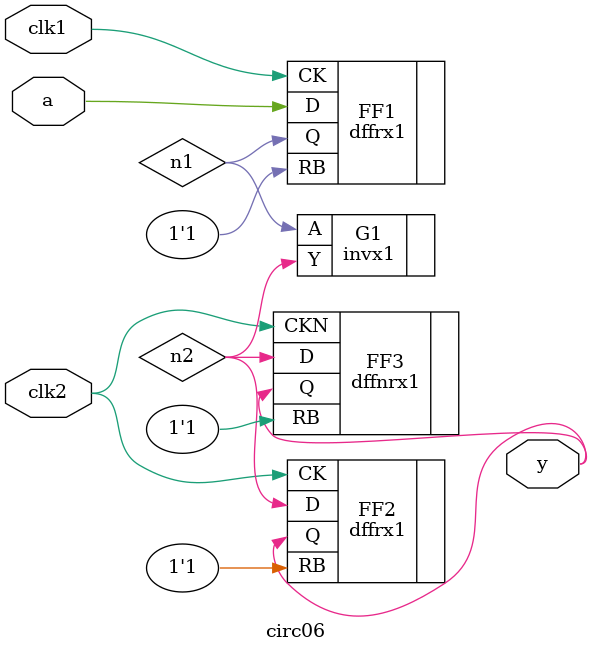
<source format=v>
/*
* Copyright 2019 Tomas Brabec
* 
* Licensed under the Apache License, Version 2.0 (the "License");
* you may not use this file except in compliance with the License.
* You may obtain a copy of the License at
* 
*     http://www.apache.org/licenses/LICENSE-2.0
*     
* Unless required by applicable law or agreed to in writing, software
* distributed under the License is distributed on an "AS IS" BASIS,
* WITHOUT WARRANTIES OR CONDITIONS OF ANY KIND, either express or implied.
* See the License for the specific language governing permissions and
* limitations under the License.
*/

module circ06(clk1,clk2,a,y);
input clk1;
input clk2;
input a;
output y;
wire n1,n2;
dffrx1 FF1(.CK(clk1),.D(a),.RB(1'b1),.Q(n1));
invx1 G1(.A(n1),.Y(n2));
dffrx1 FF2(.CK(clk2),.D(n2),.RB(1'b1),.Q(y));
dffnrx1 FF3(.CKN(clk2),.D(n2),.RB(1'b1),.Q(y));
endmodule

</source>
